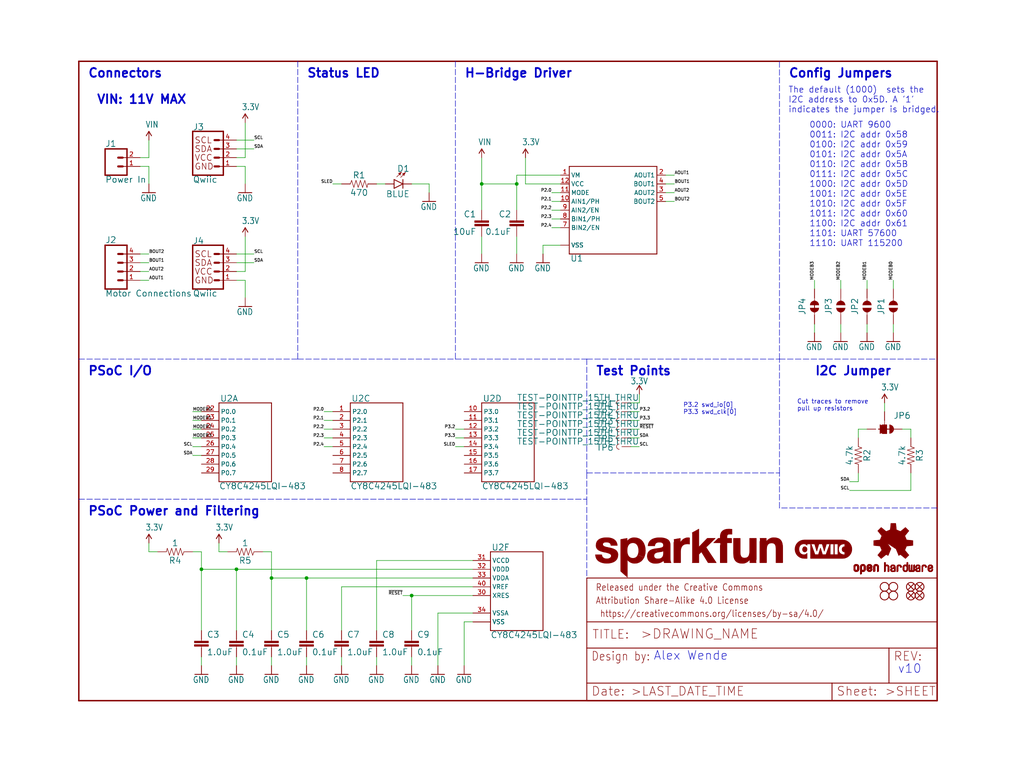
<source format=kicad_sch>
(kicad_sch (version 20211123) (generator eeschema)
  (paper "User" 297.002 223.926)
  (lib_symbols
    (symbol "schematicEagle-eagle-import:0.1UF-0402-16V-10%"
      (property "Reference" "C" (at 1.524 2.921 0))
      (property "Value" "0.1UF-0402-16V-10%" (at 1.524 -2.159 0))
      (symbol "0.1UF-0402-16V-10%_1_0"
        (pin passive line (at 0 5.08 270) (length 2.54) (name "1") (number "1"))
        (pin passive line (at 0 -2.54 90) (length 2.54) (name "2") (number "2"))
      )
    )
    (symbol "schematicEagle-eagle-import:1.0UF-0402-16V-10%"
      (property "Reference" "C" (at 1.524 2.921 0))
      (property "Value" "1.0UF-0402-16V-10%" (at 1.524 -2.159 0))
      (symbol "1.0UF-0402-16V-10%_1_0"
        (pin passive line (at 0 5.08 270) (length 2.54) (name "1") (number "1"))
        (pin passive line (at 0 -2.54 90) (length 2.54) (name "2") (number "2"))
      )
    )
    (symbol "schematicEagle-eagle-import:10UF-0805-25V-10%"
      (property "Reference" "C" (at 1.524 2.921 0))
      (property "Value" "10UF-0805-25V-10%" (at 1.524 -2.159 0))
      (symbol "10UF-0805-25V-10%_1_0"
        (pin passive line (at 0 5.08 270) (length 2.54) (name "1") (number "1"))
        (pin passive line (at 0 -2.54 90) (length 2.54) (name "2") (number "2"))
      )
    )
    (symbol "schematicEagle-eagle-import:1OHM-0603-1{slash}10W-1%"
      (property "Reference" "R" (at 0 1.524 0))
      (property "Value" "1OHM-0603-1{slash}10W-1%" (at 0 -1.524 0))
      (symbol "1OHM-0603-1{slash}10W-1%_1_0"
        (pin passive line (at -5.08 0 0) (length 2.54) (name "1") (number "1"))
        (pin passive line (at 5.08 0 180) (length 2.54) (name "2") (number "2"))
      )
    )
    (symbol "schematicEagle-eagle-import:3.3V" (power)
      (property "Value" "3.3V" (at 0 2.794 0))
      (symbol "3.3V_1_0"
        (pin power_in line (at 0 0 90) (length 2.54) (name "3.3V") (number "1"))
      )
    )
    (symbol "schematicEagle-eagle-import:4.7KOHM-0603-1{slash}10W-1%"
      (property "Reference" "R" (at 0 1.524 0))
      (property "Value" "4.7KOHM-0603-1{slash}10W-1%" (at 0 -1.524 0))
      (symbol "4.7KOHM-0603-1{slash}10W-1%_1_0"
        (pin passive line (at -5.08 0 0) (length 2.54) (name "1") (number "1"))
        (pin passive line (at 5.08 0 180) (length 2.54) (name "2") (number "2"))
      )
    )
    (symbol "schematicEagle-eagle-import:470OHM-0603-1{slash}10W-1%"
      (property "Reference" "R" (at 0 1.524 0))
      (property "Value" "470OHM-0603-1{slash}10W-1%" (at 0 -1.524 0))
      (symbol "470OHM-0603-1{slash}10W-1%_1_0"
        (pin passive line (at -5.08 0 0) (length 2.54) (name "1") (number "1"))
        (pin passive line (at 5.08 0 180) (length 2.54) (name "2") (number "2"))
      )
    )
    (symbol "schematicEagle-eagle-import:CONN_023.5MM"
      (property "Reference" "J" (at -2.54 5.588 0))
      (property "Value" "CONN_023.5MM" (at -2.54 -4.826 0))
      (symbol "CONN_023.5MM_1_0"
        (pin passive line (at 7.62 0 180) (length 5.08) (name "1") (number "1"))
        (pin passive line (at 7.62 2.54 180) (length 5.08) (name "2") (number "2"))
      )
    )
    (symbol "schematicEagle-eagle-import:CONN_04SCREW"
      (property "Reference" "J" (at -5.08 8.128 0))
      (property "Value" "CONN_04SCREW" (at -5.08 -7.366 0))
      (symbol "CONN_04SCREW_1_0"
        (pin passive line (at 5.08 -2.54 180) (length 5.08) (name "1") (number "1"))
        (pin passive line (at 5.08 0 180) (length 5.08) (name "2") (number "2"))
        (pin passive line (at 5.08 2.54 180) (length 5.08) (name "3") (number "3"))
        (pin passive line (at 5.08 5.08 180) (length 5.08) (name "4") (number "4"))
      )
    )
    (symbol "schematicEagle-eagle-import:DRV883X"
      (property "Reference" "U" (at -12.446 12.954 0))
      (property "Value" "DRV883X" (at -12.7 -12.954 0))
      (symbol "DRV883X_1_0"
        (pin bidirectional line (at -15.24 10.16 0) (length 2.54) (name "VM") (number "1"))
        (pin bidirectional line (at -15.24 2.54 0) (length 2.54) (name "AIN1/PH") (number "10"))
        (pin bidirectional line (at -15.24 5.08 0) (length 2.54) (name "MODE") (number "11"))
        (pin bidirectional line (at -15.24 7.62 0) (length 2.54) (name "VCC") (number "12"))
        (pin bidirectional line (at 15.24 10.16 180) (length 2.54) (name "AOUT1") (number "2"))
        (pin bidirectional line (at 15.24 5.08 180) (length 2.54) (name "AOUT2") (number "3"))
        (pin bidirectional line (at 15.24 7.62 180) (length 2.54) (name "BOUT1") (number "4"))
        (pin bidirectional line (at 15.24 2.54 180) (length 2.54) (name "BOUT2") (number "5"))
        (pin bidirectional line (at -15.24 -10.16 0) (length 2.54) (name "VSS") (number "6"))
        (pin bidirectional line (at -15.24 -5.08 0) (length 2.54) (name "BIN2/EN") (number "7"))
        (pin bidirectional line (at -15.24 -2.54 0) (length 2.54) (name "BIN1/PH") (number "8"))
        (pin bidirectional line (at -15.24 0 0) (length 2.54) (name "AIN2/EN") (number "9"))
        (pin bidirectional line (at -15.24 -10.16 0) (length 2.54) (name "VSS") (number "PAD"))
      )
    )
    (symbol "schematicEagle-eagle-import:FIDUCIALUFIDUCIAL")
    (symbol "schematicEagle-eagle-import:FRAME-LETTER"
      (symbol "FRAME-LETTER_2_0"
        (text " https://creativecommons.org/licenses/by-sa/4.0/" (at 2.54 24.13 0) (effects (font (size 1.9304 1.6408)) (justify left bottom)))
        (text ">DRAWING_NAME" (at 15.494 17.78 0) (effects (font (size 2.7432 2.7432)) (justify left bottom)))
        (text ">LAST_DATE_TIME" (at 12.7 1.27 0) (effects (font (size 2.54 2.54)) (justify left bottom)))
        (text ">SHEET" (at 86.36 1.27 0) (effects (font (size 2.54 2.54)) (justify left bottom)))
        (text "Attribution Share-Alike 4.0 License" (at 2.54 27.94 0) (effects (font (size 1.9304 1.6408)) (justify left bottom)))
        (text "Date:" (at 1.27 1.27 0) (effects (font (size 2.54 2.54)) (justify left bottom)))
        (text "Design by:" (at 1.27 11.43 0) (effects (font (size 2.54 2.159)) (justify left bottom)))
        (text "Released under the Creative Commons" (at 2.54 31.75 0) (effects (font (size 1.9304 1.6408)) (justify left bottom)))
        (text "REV:" (at 88.9 11.43 0) (effects (font (size 2.54 2.54)) (justify left bottom)))
        (text "Sheet:" (at 72.39 1.27 0) (effects (font (size 2.54 2.54)) (justify left bottom)))
        (text "TITLE:" (at 1.524 17.78 0) (effects (font (size 2.54 2.54)) (justify left bottom)))
      )
    )
    (symbol "schematicEagle-eagle-import:GND" (power)
      (property "Value" "GND" (at -2.54 -2.54 0))
      (symbol "GND_1_0"
        (pin power_in line (at 0 2.54 270) (length 2.54) (name "GND") (number "1"))
      )
    )
    (symbol "schematicEagle-eagle-import:JUMPER-SMT_2_NC_TRACE_NO-SILK"
      (property "Reference" "JP" (at -2.54 2.54 0))
      (property "Value" "JUMPER-SMT_2_NC_TRACE_NO-SILK" (at -2.54 -2.54 0))
      (symbol "JUMPER-SMT_2_NC_TRACE_NO-SILK_1_0"
        (pin passive line (at -5.08 0 0) (length 2.54) (name "1") (number "1"))
        (pin passive line (at 5.08 0 180) (length 2.54) (name "2") (number "2"))
      )
    )
    (symbol "schematicEagle-eagle-import:JUMPER-SMT_2_NO_NO-SILK"
      (property "Reference" "JP" (at -2.54 2.54 0))
      (property "Value" "JUMPER-SMT_2_NO_NO-SILK" (at -2.54 -2.54 0))
      (symbol "JUMPER-SMT_2_NO_NO-SILK_1_0"
        (pin passive line (at -5.08 0 0) (length 2.54) (name "1") (number "1"))
        (pin passive line (at 5.08 0 180) (length 2.54) (name "2") (number "2"))
      )
    )
    (symbol "schematicEagle-eagle-import:JUMPER-SMT_3_2-NC_TRACE_NO-SILK"
      (property "Reference" "JP" (at 2.54 0.381 0))
      (property "Value" "JUMPER-SMT_3_2-NC_TRACE_NO-SILK" (at 2.54 -0.381 0))
      (symbol "JUMPER-SMT_3_2-NC_TRACE_NO-SILK_1_0"
        (pin passive line (at 0 5.08 270) (length 2.54) (name "1") (number "1"))
        (pin passive line (at -5.08 0 0) (length 2.54) (name "2") (number "2"))
        (pin passive line (at 0 -5.08 90) (length 2.54) (name "3") (number "3"))
      )
    )
    (symbol "schematicEagle-eagle-import:LED-BLUE0603"
      (property "Reference" "D" (at -3.429 -4.572 90))
      (property "Value" "LED-BLUE0603" (at 1.905 -4.572 90))
      (symbol "LED-BLUE0603_1_0"
        (pin passive line (at 0 2.54 270) (length 2.54) (name "A") (number "A"))
        (pin passive line (at 0 -5.08 90) (length 2.54) (name "C") (number "C"))
      )
    )
    (symbol "schematicEagle-eagle-import:OSHW-LOGOMINI")
    (symbol "schematicEagle-eagle-import:PSOC4_4200_40QFN"
      (property "Reference" "U" (at -7.366 10.414 0))
      (property "Value" "PSOC4_4200_40QFN" (at -7.62 -12.954 0))
      (symbol "PSOC4_4200_40QFN_1_0"
        (pin bidirectional line (at -12.7 7.62 0) (length 5.08) (name "P0.0") (number "22"))
        (pin bidirectional line (at -12.7 5.08 0) (length 5.08) (name "P0.1") (number "23"))
        (pin bidirectional line (at -12.7 2.54 0) (length 5.08) (name "P0.2") (number "24"))
        (pin bidirectional line (at -12.7 0 0) (length 5.08) (name "P0.3") (number "25"))
        (pin bidirectional line (at -12.7 -2.54 0) (length 5.08) (name "P0.4") (number "26"))
        (pin bidirectional line (at -12.7 -5.08 0) (length 5.08) (name "P0.5") (number "27"))
        (pin bidirectional line (at -12.7 -7.62 0) (length 5.08) (name "P0.6") (number "28"))
        (pin bidirectional line (at -12.7 -10.16 0) (length 5.08) (name "P0.7") (number "29"))
      )
      (symbol "PSOC4_4200_40QFN_2_0"
        (pin bidirectional line (at -12.7 7.62 0) (length 5.08) (name "P1.0") (number "35"))
        (pin bidirectional line (at -12.7 5.08 0) (length 5.08) (name "P1.1") (number "36"))
        (pin bidirectional line (at -12.7 2.54 0) (length 5.08) (name "P1.2") (number "37"))
        (pin bidirectional line (at -12.7 0 0) (length 5.08) (name "P1.3") (number "38"))
        (pin bidirectional line (at -12.7 -2.54 0) (length 5.08) (name "P1.4") (number "39"))
      )
      (symbol "PSOC4_4200_40QFN_3_0"
        (pin bidirectional line (at -12.7 7.62 0) (length 5.08) (name "P2.0") (number "1"))
        (pin bidirectional line (at -12.7 5.08 0) (length 5.08) (name "P2.1") (number "2"))
        (pin bidirectional line (at -12.7 2.54 0) (length 5.08) (name "P2.2") (number "3"))
        (pin bidirectional line (at -12.7 0 0) (length 5.08) (name "P2.3") (number "4"))
        (pin bidirectional line (at -12.7 -2.54 0) (length 5.08) (name "P2.4") (number "5"))
        (pin bidirectional line (at -12.7 -5.08 0) (length 5.08) (name "P2.5") (number "6"))
        (pin bidirectional line (at -12.7 -7.62 0) (length 5.08) (name "P2.6") (number "7"))
        (pin bidirectional line (at -12.7 -10.16 0) (length 5.08) (name "P2.7") (number "8"))
      )
      (symbol "PSOC4_4200_40QFN_4_0"
        (pin bidirectional line (at -12.7 7.62 0) (length 5.08) (name "P3.0") (number "10"))
        (pin bidirectional line (at -12.7 5.08 0) (length 5.08) (name "P3.1") (number "11"))
        (pin bidirectional line (at -12.7 2.54 0) (length 5.08) (name "P3.2") (number "12"))
        (pin bidirectional line (at -12.7 0 0) (length 5.08) (name "P3.3") (number "13"))
        (pin bidirectional line (at -12.7 -2.54 0) (length 5.08) (name "P3.4") (number "14"))
        (pin bidirectional line (at -12.7 -5.08 0) (length 5.08) (name "P3.5") (number "15"))
        (pin bidirectional line (at -12.7 -7.62 0) (length 5.08) (name "P3.6") (number "16"))
        (pin bidirectional line (at -12.7 -10.16 0) (length 5.08) (name "P3.7") (number "17"))
      )
      (symbol "PSOC4_4200_40QFN_5_0"
        (pin bidirectional line (at -12.7 7.62 0) (length 5.08) (name "P4.0") (number "18"))
        (pin bidirectional line (at -12.7 5.08 0) (length 5.08) (name "P4.1") (number "19"))
        (pin bidirectional line (at -12.7 2.54 0) (length 5.08) (name "P4.2") (number "20"))
        (pin bidirectional line (at -12.7 0 0) (length 5.08) (name "P4.3") (number "21"))
      )
      (symbol "PSOC4_4200_40QFN_6_0"
        (pin bidirectional line (at -12.7 -2.54 0) (length 5.08) (name "XRES") (number "30"))
        (pin bidirectional line (at -12.7 7.62 0) (length 5.08) (name "VCCD") (number "31"))
        (pin bidirectional line (at -12.7 5.08 0) (length 5.08) (name "VDDD") (number "32"))
        (pin bidirectional line (at -12.7 2.54 0) (length 5.08) (name "VDDA") (number "33"))
        (pin bidirectional line (at -12.7 -7.62 0) (length 5.08) (name "VSSA") (number "34"))
        (pin bidirectional line (at -12.7 0 0) (length 5.08) (name "VREF") (number "40"))
        (pin bidirectional line (at -12.7 -10.16 0) (length 5.08) (name "VSS") (number "9"))
        (pin bidirectional line (at -12.7 -10.16 0) (length 5.08) (name "VSS") (number "EP"))
      )
    )
    (symbol "schematicEagle-eagle-import:QWIIC_CONNECTORJS-1MM"
      (property "Reference" "J" (at -5.08 7.874 0))
      (property "Value" "QWIIC_CONNECTORJS-1MM" (at -5.08 -5.334 0))
      (symbol "QWIIC_CONNECTORJS-1MM_1_0"
        (text "GND" (at -4.572 -2.54 0) (effects (font (size 1.778 1.778)) (justify left)))
        (text "SCL" (at -4.572 5.08 0) (effects (font (size 1.778 1.778)) (justify left)))
        (text "SDA" (at -4.572 2.54 0) (effects (font (size 1.778 1.778)) (justify left)))
        (text "VCC" (at -4.572 0 0) (effects (font (size 1.778 1.778)) (justify left)))
        (pin power_in line (at 7.62 -2.54 180) (length 5.08) (name "1") (number "1"))
        (pin power_in line (at 7.62 0 180) (length 5.08) (name "2") (number "2"))
        (pin passive line (at 7.62 2.54 180) (length 5.08) (name "3") (number "3"))
        (pin passive line (at 7.62 5.08 180) (length 5.08) (name "4") (number "4"))
      )
    )
    (symbol "schematicEagle-eagle-import:QWIIC_LOGO_5MM")
    (symbol "schematicEagle-eagle-import:SFE_LOGO_NAME.1_INCH")
    (symbol "schematicEagle-eagle-import:STAND-OFF")
    (symbol "schematicEagle-eagle-import:TEST-POINTTP_15TH_THRU"
      (property "Reference" "TP" (at -2.54 2.54 0))
      (property "Value" "TEST-POINTTP_15TH_THRU" (at -2.54 -2.54 0))
      (symbol "TEST-POINTTP_15TH_THRU_1_0"
        (pin bidirectional line (at 0 0 180) (length 0) (name "1") (number "P$1"))
      )
    )
    (symbol "schematicEagle-eagle-import:VIN" (power)
      (property "Value" "VIN" (at -1.016 3.556 0))
      (symbol "VIN_1_0"
        (pin power_in line (at 0 0 90) (length 2.54) (name "VIN") (number "1"))
      )
    )
  )
  (junction (at 78.74 167.64))
  (junction (at 68.58 165.1))
  (junction (at 58.42 165.1))
  (junction (at 149.86 53.34))
  (junction (at 119.38 172.72))
  (junction (at 139.7 53.34))
  (junction (at 88.9 167.64))
  (wire (pts (xy 55.88 160.02) (xy 58.42 160.02)))
  (wire (pts (xy 58.42 124.46) (xy 55.88 124.46)))
  (wire (pts (xy 149.86 53.34) (xy 149.86 60.96)))
  (wire (pts (xy 119.38 172.72) (xy 137.16 172.72)))
  (wire (pts (xy 162.56 55.88) (xy 160.02 55.88)))
  (wire (pts (xy 182.88 119.38) (xy 185.42 119.38)))
  (wire (pts (xy 139.7 60.96) (xy 139.7 53.34)))
  (wire (pts (xy 137.16 177.8) (xy 127 177.8)))
  (wire (pts (xy 251.46 124.46) (xy 248.92 124.46)))
  (wire (pts (xy 68.58 76.2) (xy 73.66 76.2)))
  (wire (pts (xy 134.62 180.34) (xy 137.16 180.34)))
  (polyline (pts (xy 132.08 104.14) (xy 170.18 104.14)))
  (wire (pts (xy 193.04 50.8) (xy 195.58 50.8)))
  (wire (pts (xy 243.84 96.52) (xy 243.84 93.98)))
  (wire (pts (xy 139.7 73.66) (xy 139.7 68.58)))
  (wire (pts (xy 58.42 132.08) (xy 55.88 132.08)))
  (wire (pts (xy 162.56 60.96) (xy 160.02 60.96)))
  (wire (pts (xy 193.04 55.88) (xy 195.58 55.88)))
  (wire (pts (xy 96.52 129.54) (xy 93.98 129.54)))
  (wire (pts (xy 134.62 129.54) (xy 132.08 129.54)))
  (wire (pts (xy 162.56 71.12) (xy 157.48 71.12)))
  (wire (pts (xy 99.06 190.5) (xy 99.06 193.04)))
  (wire (pts (xy 68.58 182.88) (xy 68.58 165.1)))
  (wire (pts (xy 40.64 78.74) (xy 43.18 78.74)))
  (polyline (pts (xy 226.06 147.32) (xy 226.06 137.16)))
  (wire (pts (xy 264.16 124.46) (xy 261.62 124.46)))
  (wire (pts (xy 134.62 127) (xy 132.08 127)))
  (wire (pts (xy 58.42 119.38) (xy 55.88 119.38)))
  (wire (pts (xy 251.46 93.98) (xy 251.46 96.52)))
  (wire (pts (xy 71.12 78.74) (xy 71.12 68.58)))
  (wire (pts (xy 162.56 50.8) (xy 149.86 50.8)))
  (wire (pts (xy 40.64 45.72) (xy 43.18 45.72)))
  (wire (pts (xy 68.58 43.18) (xy 73.66 43.18)))
  (wire (pts (xy 251.46 83.82) (xy 251.46 81.28)))
  (polyline (pts (xy 86.36 17.78) (xy 86.36 104.14)))
  (wire (pts (xy 78.74 160.02) (xy 78.74 167.64)))
  (wire (pts (xy 243.84 83.82) (xy 243.84 81.28)))
  (wire (pts (xy 162.56 58.42) (xy 160.02 58.42)))
  (wire (pts (xy 96.52 127) (xy 93.98 127)))
  (polyline (pts (xy 170.18 144.78) (xy 170.18 167.64)))
  (wire (pts (xy 119.38 182.88) (xy 119.38 172.72)))
  (wire (pts (xy 88.9 167.64) (xy 78.74 167.64)))
  (wire (pts (xy 58.42 127) (xy 55.88 127)))
  (wire (pts (xy 264.16 142.24) (xy 246.38 142.24)))
  (wire (pts (xy 248.92 137.16) (xy 248.92 139.7)))
  (wire (pts (xy 259.08 93.98) (xy 259.08 96.52)))
  (wire (pts (xy 68.58 40.64) (xy 73.66 40.64)))
  (wire (pts (xy 157.48 71.12) (xy 157.48 73.66)))
  (wire (pts (xy 119.38 172.72) (xy 116.84 172.72)))
  (polyline (pts (xy 170.18 137.16) (xy 170.18 144.78)))
  (wire (pts (xy 256.54 116.84) (xy 256.54 119.38)))
  (polyline (pts (xy 226.06 104.14) (xy 271.78 104.14)))
  (wire (pts (xy 78.74 190.5) (xy 78.74 193.04)))
  (wire (pts (xy 71.12 48.26) (xy 71.12 53.34)))
  (wire (pts (xy 58.42 165.1) (xy 58.42 182.88)))
  (wire (pts (xy 58.42 193.04) (xy 58.42 190.5)))
  (polyline (pts (xy 86.36 104.14) (xy 132.08 104.14)))
  (polyline (pts (xy 22.86 144.78) (xy 170.18 144.78)))
  (wire (pts (xy 96.52 119.38) (xy 93.98 119.38)))
  (wire (pts (xy 43.18 45.72) (xy 43.18 40.64)))
  (wire (pts (xy 137.16 170.18) (xy 99.06 170.18)))
  (wire (pts (xy 68.58 193.04) (xy 68.58 190.5)))
  (wire (pts (xy 68.58 73.66) (xy 73.66 73.66)))
  (wire (pts (xy 248.92 139.7) (xy 246.38 139.7)))
  (wire (pts (xy 40.64 48.26) (xy 43.18 48.26)))
  (wire (pts (xy 58.42 160.02) (xy 58.42 165.1)))
  (wire (pts (xy 43.18 160.02) (xy 43.18 157.48)))
  (wire (pts (xy 162.56 63.5) (xy 160.02 63.5)))
  (wire (pts (xy 119.38 193.04) (xy 119.38 190.5)))
  (polyline (pts (xy 170.18 137.16) (xy 226.06 137.16)))
  (wire (pts (xy 193.04 58.42) (xy 195.58 58.42)))
  (wire (pts (xy 63.5 157.48) (xy 63.5 160.02)))
  (wire (pts (xy 162.56 53.34) (xy 152.4 53.34)))
  (wire (pts (xy 185.42 116.84) (xy 185.42 114.3)))
  (wire (pts (xy 68.58 81.28) (xy 71.12 81.28)))
  (wire (pts (xy 182.88 116.84) (xy 185.42 116.84)))
  (wire (pts (xy 109.22 193.04) (xy 109.22 190.5)))
  (wire (pts (xy 63.5 160.02) (xy 66.04 160.02)))
  (wire (pts (xy 182.88 129.54) (xy 185.42 129.54)))
  (wire (pts (xy 182.88 124.46) (xy 185.42 124.46)))
  (wire (pts (xy 40.64 73.66) (xy 43.18 73.66)))
  (wire (pts (xy 149.86 73.66) (xy 149.86 68.58)))
  (wire (pts (xy 68.58 45.72) (xy 71.12 45.72)))
  (polyline (pts (xy 226.06 137.16) (xy 226.06 104.14)))
  (wire (pts (xy 96.52 124.46) (xy 93.98 124.46)))
  (wire (pts (xy 134.62 180.34) (xy 134.62 193.04)))
  (wire (pts (xy 182.88 121.92) (xy 185.42 121.92)))
  (wire (pts (xy 119.38 53.34) (xy 124.46 53.34)))
  (wire (pts (xy 264.16 137.16) (xy 264.16 142.24)))
  (wire (pts (xy 182.88 127) (xy 185.42 127)))
  (wire (pts (xy 139.7 45.72) (xy 139.7 53.34)))
  (wire (pts (xy 78.74 167.64) (xy 78.74 182.88)))
  (polyline (pts (xy 226.06 104.14) (xy 226.06 17.78)))
  (wire (pts (xy 264.16 127) (xy 264.16 124.46)))
  (wire (pts (xy 139.7 53.34) (xy 149.86 53.34)))
  (wire (pts (xy 99.06 53.34) (xy 96.52 53.34)))
  (wire (pts (xy 162.56 66.04) (xy 160.02 66.04)))
  (wire (pts (xy 127 177.8) (xy 127 193.04)))
  (wire (pts (xy 248.92 124.46) (xy 248.92 127)))
  (wire (pts (xy 137.16 165.1) (xy 68.58 165.1)))
  (polyline (pts (xy 132.08 17.78) (xy 132.08 104.14)))
  (wire (pts (xy 88.9 190.5) (xy 88.9 193.04)))
  (wire (pts (xy 99.06 170.18) (xy 99.06 182.88)))
  (polyline (pts (xy 170.18 104.14) (xy 170.18 137.16)))
  (wire (pts (xy 71.12 45.72) (xy 71.12 35.56)))
  (wire (pts (xy 236.22 83.82) (xy 236.22 81.28)))
  (wire (pts (xy 76.2 160.02) (xy 78.74 160.02)))
  (wire (pts (xy 109.22 162.56) (xy 109.22 182.88)))
  (wire (pts (xy 58.42 121.92) (xy 55.88 121.92)))
  (wire (pts (xy 58.42 129.54) (xy 55.88 129.54)))
  (wire (pts (xy 68.58 165.1) (xy 58.42 165.1)))
  (wire (pts (xy 193.04 53.34) (xy 195.58 53.34)))
  (wire (pts (xy 71.12 81.28) (xy 71.12 86.36)))
  (wire (pts (xy 137.16 167.64) (xy 88.9 167.64)))
  (wire (pts (xy 68.58 48.26) (xy 71.12 48.26)))
  (wire (pts (xy 259.08 83.82) (xy 259.08 81.28)))
  (wire (pts (xy 236.22 93.98) (xy 236.22 96.52)))
  (wire (pts (xy 40.64 81.28) (xy 43.18 81.28)))
  (wire (pts (xy 43.18 48.26) (xy 43.18 53.34)))
  (wire (pts (xy 124.46 53.34) (xy 124.46 55.88)))
  (wire (pts (xy 111.76 53.34) (xy 109.22 53.34)))
  (wire (pts (xy 152.4 53.34) (xy 152.4 45.72)))
  (wire (pts (xy 134.62 124.46) (xy 132.08 124.46)))
  (wire (pts (xy 45.72 160.02) (xy 43.18 160.02)))
  (wire (pts (xy 88.9 182.88) (xy 88.9 167.64)))
  (wire (pts (xy 96.52 121.92) (xy 93.98 121.92)))
  (polyline (pts (xy 170.18 104.14) (xy 226.06 104.14)))
  (wire (pts (xy 40.64 76.2) (xy 43.18 76.2)))
  (wire (pts (xy 68.58 78.74) (xy 71.12 78.74)))
  (polyline (pts (xy 271.78 147.32) (xy 226.06 147.32)))
  (polyline (pts (xy 22.86 104.14) (xy 86.36 104.14)))
  (wire (pts (xy 137.16 162.56) (xy 109.22 162.56)))
  (wire (pts (xy 149.86 50.8) (xy 149.86 53.34)))
  (text "Status LED" (at 88.9 22.86 180) (effects (font (size 2.54 2.54) (thickness 0.508) bold) (justify left bottom)))
  (text "Cut traces to remove\npull up resistors" (at 231.14 119.38 180) (effects (font (size 1.27 1.27)) (justify left bottom)))
  (text "Connectors" (at 25.4 22.86 180) (effects (font (size 2.54 2.54) (thickness 0.508) bold) (justify left bottom)))
  (text "Config Jumpers" (at 228.6 22.86 180) (effects (font (size 2.54 2.54) (thickness 0.508) bold) (justify left bottom)))
  (text "Test Points" (at 172.72 109.22 180) (effects (font (size 2.54 2.54) (thickness 0.508) bold) (justify left bottom)))
  (text "I2C Jumper" (at 236.22 109.22 180) (effects (font (size 2.54 2.54) (thickness 0.508) bold) (justify left bottom)))
  (text "The default (1000)  sets the\nI2C address to 0x5D. A '1'\nindicates the jumper is bridged." (at 228.6 25.146 0) (effects (font (size 1.778 1.778)) (justify left top)))
  (text "PSoC I/O" (at 25.4 109.22 180) (effects (font (size 2.54 2.54) (thickness 0.508) bold) (justify left bottom)))
  (text "H-Bridge Driver" (at 134.62 22.86 180) (effects (font (size 2.54 2.54) (thickness 0.508) bold) (justify left bottom)))
  (text "Alex Wende" (at 189.484 191.77 180) (effects (font (size 2.54 2.54)) (justify left bottom)))
  (text "PSoC Power and Filtering" (at 25.4 149.86 180) (effects (font (size 2.54 2.54) (thickness 0.508) bold) (justify left bottom)))
  (text "VIN: 11V MAX" (at 27.94 30.48 180) (effects (font (size 2.54 2.54) (thickness 0.508) bold) (justify left bottom)))
  (text "v10" (at 260.35 195.58 180) (effects (font (size 2.54 2.54)) (justify left bottom)))
  (text "P3.2 swd_io[0]\nP3.3 swd_clk[0]" (at 198.12 116.84 180) (effects (font (size 1.27 1.27)) (justify left top)))
  (text "0000: UART 9600\n0011: I2C addr 0x58\n0100: I2C addr 0x59\n0101: I2C addr 0x5A\n0110: I2C addr 0x5B\n0111: I2C addr 0x5C\n1000: I2C addr 0x5D\n1001: I2C addr 0x5E\n1010: I2C addr 0x5F\n1011: I2C addr 0x60\n1100: I2C addr 0x61\n1101: UART 57600\n1110: UART 115200" (at 234.696 35.306 0) (effects (font (size 1.778 1.778)) (justify left top)))
  (label "SDA" (at 73.66 43.18 0) (effects (font (size 0.889 0.889))))
  (label "P2.3" (at 160.02 63.5 180) (effects (font (size 0.889 0.889))))
  (label "P2.2" (at 160.02 60.96 180) (effects (font (size 0.889 0.889))))
  (label "MODEB3" (at 236.22 81.28 90) (effects (font (size 0.889 0.889))))
  (label "P2.3" (at 93.98 127 180) (effects (font (size 0.889 0.889))))
  (label "P2.4" (at 93.98 129.54 180) (effects (font (size 0.889 0.889))))
  (label "P3.2" (at 132.08 124.46 180) (effects (font (size 0.889 0.889))))
  (label "SDA" (at 73.66 76.2 0) (effects (font (size 0.889 0.889))))
  (label "BOUT1" (at 195.58 53.34 0) (effects (font (size 0.889 0.889))))
  (label "P2.4" (at 160.02 66.04 180) (effects (font (size 0.889 0.889))))
  (label "MODEB3" (at 55.88 127 0) (effects (font (size 0.889 0.889))))
  (label "AOUT2" (at 195.58 55.88 0) (effects (font (size 0.889 0.889))))
  (label "SCL" (at 73.66 40.64 0) (effects (font (size 0.889 0.889))))
  (label "P2.1" (at 93.98 121.92 180) (effects (font (size 0.889 0.889))))
  (label "SCL" (at 55.88 129.54 180) (effects (font (size 0.889 0.889))))
  (label "BOUT2" (at 43.18 73.66 0) (effects (font (size 0.889 0.889))))
  (label "MODEB1" (at 251.46 81.28 90) (effects (font (size 0.889 0.889))))
  (label "AOUT1" (at 195.58 50.8 0) (effects (font (size 0.889 0.889))))
  (label "P3.3" (at 185.42 121.92 0) (effects (font (size 0.889 0.889))))
  (label "SCL" (at 185.42 129.54 0) (effects (font (size 0.889 0.889))))
  (label "SDA" (at 185.42 127 0) (effects (font (size 0.889 0.889))))
  (label "P3.3" (at 132.08 127 180) (effects (font (size 0.889 0.889))))
  (label "P3.2" (at 185.42 119.38 0) (effects (font (size 0.889 0.889))))
  (label "P2.0" (at 93.98 119.38 180) (effects (font (size 0.889 0.889))))
  (label "BOUT2" (at 195.58 58.42 0) (effects (font (size 0.889 0.889))))
  (label "~{RESET}" (at 185.42 124.46 0) (effects (font (size 0.889 0.889))))
  (label "P2.1" (at 160.02 58.42 180) (effects (font (size 0.889 0.889))))
  (label "SLED" (at 132.08 129.54 180) (effects (font (size 0.889 0.889))))
  (label "~{RESET}" (at 116.84 172.72 180) (effects (font (size 0.889 0.889))))
  (label "SDA" (at 55.88 132.08 180) (effects (font (size 0.889 0.889))))
  (label "MODEB0" (at 259.08 81.28 90) (effects (font (size 0.889 0.889))))
  (label "MODEB1" (at 55.88 121.92 0) (effects (font (size 0.889 0.889))))
  (label "SLED" (at 96.52 53.34 180) (effects (font (size 0.889 0.889))))
  (label "P2.0" (at 160.02 55.88 180) (effects (font (size 0.889 0.889))))
  (label "AOUT2" (at 43.18 78.74 0) (effects (font (size 0.889 0.889))))
  (label "MODEB2" (at 55.88 124.46 0) (effects (font (size 0.889 0.889))))
  (label "SCL" (at 246.38 142.24 180) (effects (font (size 0.889 0.889))))
  (label "AOUT1" (at 43.18 81.28 0) (effects (font (size 0.889 0.889))))
  (label "P2.2" (at 93.98 124.46 180) (effects (font (size 0.889 0.889))))
  (label "SDA" (at 246.38 139.7 180) (effects (font (size 0.889 0.889))))
  (label "MODEB0" (at 55.88 119.38 0) (effects (font (size 0.889 0.889))))
  (label "MODEB2" (at 243.84 81.28 90) (effects (font (size 0.889 0.889))))
  (label "SCL" (at 73.66 73.66 0) (effects (font (size 0.889 0.889))))
  (label "BOUT1" (at 43.18 76.2 0) (effects (font (size 0.889 0.889))))
  (symbol (lib_id "schematicEagle-eagle-import:TEST-POINTTP_15TH_THRU") (at 182.88 121.92 180) (unit 1)
    (property "Reference" "TP3" (at 178.054 121.158 0) (effects (font (size 1.778 1.778)) (justify left bottom)))
    (property "Value" "TEST-POINTTP_15TH_THRU" (at 185.42 119.38 0) (effects (font (size 1.778 1.778)) (justify left bottom)))
    (property "Footprint" "schematicEagle:TP_15TH" (effects hide))
  )
  (symbol (lib_id "schematicEagle-eagle-import:GND") (at 43.18 55.88 0) (unit 1)
    (property "Reference" "#GND11" (effects hide))
    (property "Value" "GND" (at 40.64 58.42 0) (effects (font (size 1.778 1.5113)) (justify left bottom)))
    (property "Footprint" "schematicEagle:" (effects hide))
  )
  (symbol (lib_id "schematicEagle-eagle-import:JUMPER-SMT_2_NO_NO-SILK") (at 259.08 88.9 90) (unit 1)
    (property "Reference" "JP1" (at 256.54 91.44 0) (effects (font (size 1.778 1.778)) (justify left bottom)))
    (property "Value" "JUMPER-PAD-2" (effects hide))
    (property "Footprint" "schematicEagle:SMT-JUMPER_2_NO_NO-SILK" (effects hide))
  )
  (symbol (lib_id "schematicEagle-eagle-import:CONN_023.5MM") (at 33.02 48.26 0) (unit 1)
    (property "Reference" "J1" (at 30.48 42.672 0) (effects (font (size 1.778 1.778)) (justify left bottom)))
    (property "Value" "Power In" (at 30.48 53.086 0) (effects (font (size 1.778 1.778)) (justify left bottom)))
    (property "Footprint" "schematicEagle:SCREWTERMINAL-3.5MM-2" (effects hide))
  )
  (symbol (lib_id "schematicEagle-eagle-import:3.3V") (at 152.4 45.72 0) (unit 1)
    (property "Reference" "#SUPPLY3" (effects hide))
    (property "Value" "3.3V" (at 151.384 42.164 0) (effects (font (size 1.778 1.5113)) (justify left bottom)))
    (property "Footprint" "schematicEagle:" (effects hide))
  )
  (symbol (lib_id "schematicEagle-eagle-import:STAND-OFF") (at 256.54 172.72 0) (unit 1)
    (property "Reference" "H4" (effects hide))
    (property "Value" "STAND-OFF" (effects hide))
    (property "Footprint" "schematicEagle:STAND-OFF" (effects hide))
  )
  (symbol (lib_id "schematicEagle-eagle-import:FIDUCIALUFIDUCIAL") (at 266.7 170.18 0) (unit 1)
    (property "Reference" "FD1" (effects hide))
    (property "Value" "FIDUCIALUFIDUCIAL" (effects hide))
    (property "Footprint" "schematicEagle:FIDUCIAL-MICRO" (effects hide))
  )
  (symbol (lib_id "schematicEagle-eagle-import:DRV883X") (at 177.8 60.96 0) (unit 1)
    (property "Reference" "U1" (at 165.354 75.946 0) (effects (font (size 1.778 1.778)) (justify left bottom)))
    (property "Value" "DRV8835" (at 165.1 48.006 0) (effects (font (size 1.778 1.778)) (justify left bottom)))
    (property "Footprint" "schematicEagle:WSON-12" (effects hide))
    (property "Value" "DRV8835" (effects hide))
  )
  (symbol (lib_id "schematicEagle-eagle-import:TEST-POINTTP_15TH_THRU") (at 182.88 129.54 180) (unit 1)
    (property "Reference" "TP6" (at 178.054 128.778 0) (effects (font (size 1.778 1.778)) (justify left bottom)))
    (property "Value" "TEST-POINTTP_15TH_THRU" (at 185.42 127 0) (effects (font (size 1.778 1.778)) (justify left bottom)))
    (property "Footprint" "schematicEagle:TP_15TH" (effects hide))
  )
  (symbol (lib_id "schematicEagle-eagle-import:PSOC4_4200_40QFN") (at 71.12 127 0) (unit 1)
    (property "Reference" "U2" (at 63.754 116.586 0) (effects (font (size 1.778 1.778)) (justify left bottom)))
    (property "Value" "CY8C4245LQI-483" (at 63.5 139.954 0) (effects (font (size 1.778 1.778)) (justify left top)))
    (property "Footprint" "schematicEagle:QFN-40" (effects hide))
  )
  (symbol (lib_id "schematicEagle-eagle-import:VIN") (at 139.7 45.72 0) (unit 1)
    (property "Reference" "#SUPPLY4" (effects hide))
    (property "Value" "VIN" (at 138.684 42.164 0) (effects (font (size 1.778 1.5113)) (justify left bottom)))
    (property "Footprint" "schematicEagle:" (effects hide))
  )
  (symbol (lib_id "schematicEagle-eagle-import:GND") (at 109.22 195.58 0) (unit 1)
    (property "Reference" "#GND1" (effects hide))
    (property "Value" "GND" (at 106.68 198.12 0) (effects (font (size 1.778 1.5113)) (justify left bottom)))
    (property "Footprint" "schematicEagle:" (effects hide))
  )
  (symbol (lib_id "schematicEagle-eagle-import:CONN_04SCREW") (at 35.56 78.74 0) (unit 1)
    (property "Reference" "J2" (at 30.48 70.612 0) (effects (font (size 1.778 1.778)) (justify left bottom)))
    (property "Value" "Motor Connections" (at 30.48 86.106 0) (effects (font (size 1.778 1.778)) (justify left bottom)))
    (property "Footprint" "schematicEagle:SCREWTERMINAL-3.5MM-4" (effects hide))
  )
  (symbol (lib_id "schematicEagle-eagle-import:1.0UF-0402-16V-10%") (at 58.42 187.96 0) (unit 1)
    (property "Reference" "C3" (at 59.944 185.039 0) (effects (font (size 1.778 1.778)) (justify left bottom)))
    (property "Value" "1.0uF" (at 59.944 190.119 0) (effects (font (size 1.778 1.778)) (justify left bottom)))
    (property "Footprint" "schematicEagle:0402" (effects hide))
  )
  (symbol (lib_id "schematicEagle-eagle-import:GND") (at 88.9 195.58 0) (unit 1)
    (property "Reference" "#GND8" (effects hide))
    (property "Value" "GND" (at 86.36 198.12 0) (effects (font (size 1.778 1.5113)) (justify left bottom)))
    (property "Footprint" "schematicEagle:" (effects hide))
  )
  (symbol (lib_id "schematicEagle-eagle-import:VIN") (at 43.18 40.64 0) (unit 1)
    (property "Reference" "#SUPPLY8" (effects hide))
    (property "Value" "VIN" (at 42.164 37.084 0) (effects (font (size 1.778 1.5113)) (justify left bottom)))
    (property "Footprint" "schematicEagle:" (effects hide))
  )
  (symbol (lib_id "schematicEagle-eagle-import:PSOC4_4200_40QFN") (at 147.32 127 0) (unit 4)
    (property "Reference" "U2" (at 139.954 116.586 0) (effects (font (size 1.778 1.778)) (justify left bottom)))
    (property "Value" "CY8C4245LQI-483" (at 139.7 139.954 0) (effects (font (size 1.778 1.778)) (justify left top)))
    (property "Footprint" "schematicEagle:QFN-40" (effects hide))
  )
  (symbol (lib_id "schematicEagle-eagle-import:QWIIC_CONNECTORJS-1MM") (at 60.96 78.74 0) (unit 1)
    (property "Reference" "J4" (at 55.88 70.866 0) (effects (font (size 1.778 1.778)) (justify left bottom)))
    (property "Value" "Qwiic" (at 55.88 84.074 0) (effects (font (size 1.778 1.778)) (justify left top)))
    (property "Footprint" "schematicEagle:JST04_1MM_RA" (effects hide))
  )
  (symbol (lib_id "schematicEagle-eagle-import:1.0UF-0402-16V-10%") (at 78.74 187.96 0) (unit 1)
    (property "Reference" "C5" (at 80.264 185.039 0) (effects (font (size 1.778 1.778)) (justify left bottom)))
    (property "Value" "1.0uF" (at 80.264 190.119 0) (effects (font (size 1.778 1.778)) (justify left bottom)))
    (property "Footprint" "schematicEagle:0402" (effects hide))
  )
  (symbol (lib_id "schematicEagle-eagle-import:3.3V") (at 71.12 68.58 0) (unit 1)
    (property "Reference" "#SUPPLY7" (effects hide))
    (property "Value" "3.3V" (at 70.104 65.024 0) (effects (font (size 1.778 1.5113)) (justify left bottom)))
    (property "Footprint" "schematicEagle:" (effects hide))
  )
  (symbol (lib_id "schematicEagle-eagle-import:TEST-POINTTP_15TH_THRU") (at 182.88 119.38 180) (unit 1)
    (property "Reference" "TP2" (at 178.054 118.618 0) (effects (font (size 1.778 1.778)) (justify left bottom)))
    (property "Value" "TEST-POINTTP_15TH_THRU" (at 185.42 116.84 0) (effects (font (size 1.778 1.778)) (justify left bottom)))
    (property "Footprint" "schematicEagle:TP_15TH" (effects hide))
  )
  (symbol (lib_id "schematicEagle-eagle-import:GND") (at 68.58 195.58 0) (unit 1)
    (property "Reference" "#GND7" (effects hide))
    (property "Value" "GND" (at 66.04 198.12 0) (effects (font (size 1.778 1.5113)) (justify left bottom)))
    (property "Footprint" "schematicEagle:" (effects hide))
  )
  (symbol (lib_id "schematicEagle-eagle-import:TEST-POINTTP_15TH_THRU") (at 182.88 124.46 180) (unit 1)
    (property "Reference" "TP4" (at 178.054 123.698 0) (effects (font (size 1.778 1.778)) (justify left bottom)))
    (property "Value" "TEST-POINTTP_15TH_THRU" (at 185.42 121.92 0) (effects (font (size 1.778 1.778)) (justify left bottom)))
    (property "Footprint" "schematicEagle:TP_15TH" (effects hide))
  )
  (symbol (lib_id "schematicEagle-eagle-import:PSOC4_4200_40QFN") (at 149.86 170.18 0) (unit 6)
    (property "Reference" "U2" (at 142.494 159.766 0) (effects (font (size 1.778 1.778)) (justify left bottom)))
    (property "Value" "CY8C4245LQI-483" (at 142.24 183.134 0) (effects (font (size 1.778 1.778)) (justify left top)))
    (property "Footprint" "schematicEagle:QFN-40" (effects hide))
  )
  (symbol (lib_id "schematicEagle-eagle-import:JUMPER-SMT_2_NO_NO-SILK") (at 243.84 88.9 90) (unit 1)
    (property "Reference" "JP3" (at 241.3 91.44 0) (effects (font (size 1.778 1.778)) (justify left bottom)))
    (property "Value" "JUMPER-PAD-2" (effects hide))
    (property "Footprint" "schematicEagle:SMT-JUMPER_2_NO_NO-SILK" (effects hide))
  )
  (symbol (lib_id "schematicEagle-eagle-import:STAND-OFF") (at 259.08 170.18 0) (unit 1)
    (property "Reference" "H2" (effects hide))
    (property "Value" "STAND-OFF" (effects hide))
    (property "Footprint" "schematicEagle:STAND-OFF" (effects hide))
  )
  (symbol (lib_id "schematicEagle-eagle-import:GND") (at 71.12 55.88 0) (unit 1)
    (property "Reference" "#GND12" (effects hide))
    (property "Value" "GND" (at 68.58 58.42 0) (effects (font (size 1.778 1.5113)) (justify left bottom)))
    (property "Footprint" "schematicEagle:" (effects hide))
  )
  (symbol (lib_id "schematicEagle-eagle-import:GND") (at 124.46 58.42 0) (unit 1)
    (property "Reference" "#GND26" (effects hide))
    (property "Value" "GND" (at 121.92 60.96 0) (effects (font (size 1.778 1.5113)) (justify left bottom)))
    (property "Footprint" "schematicEagle:" (effects hide))
  )
  (symbol (lib_id "schematicEagle-eagle-import:FIDUCIALUFIDUCIAL") (at 264.16 170.18 0) (unit 1)
    (property "Reference" "FD2" (effects hide))
    (property "Value" "FIDUCIALUFIDUCIAL" (effects hide))
    (property "Footprint" "schematicEagle:FIDUCIAL-MICRO" (effects hide))
  )
  (symbol (lib_id "schematicEagle-eagle-import:GND") (at 78.74 195.58 0) (unit 1)
    (property "Reference" "#GND3" (effects hide))
    (property "Value" "GND" (at 76.2 198.12 0) (effects (font (size 1.778 1.5113)) (justify left bottom)))
    (property "Footprint" "schematicEagle:" (effects hide))
  )
  (symbol (lib_id "schematicEagle-eagle-import:FIDUCIALUFIDUCIAL") (at 264.16 172.72 0) (unit 1)
    (property "Reference" "FD4" (effects hide))
    (property "Value" "FIDUCIALUFIDUCIAL" (effects hide))
    (property "Footprint" "schematicEagle:FIDUCIAL-MICRO" (effects hide))
  )
  (symbol (lib_id "schematicEagle-eagle-import:TEST-POINTTP_15TH_THRU") (at 182.88 116.84 180) (unit 1)
    (property "Reference" "TP1" (at 178.054 116.078 0) (effects (font (size 1.778 1.778)) (justify left bottom)))
    (property "Value" "TEST-POINTTP_15TH_THRU" (at 185.42 114.3 0) (effects (font (size 1.778 1.778)) (justify left bottom)))
    (property "Footprint" "schematicEagle:TP_15TH" (effects hide))
  )
  (symbol (lib_id "schematicEagle-eagle-import:GND") (at 134.62 195.58 0) (unit 1)
    (property "Reference" "#GND6" (effects hide))
    (property "Value" "GND" (at 132.08 198.12 0) (effects (font (size 1.778 1.5113)) (justify left bottom)))
    (property "Footprint" "schematicEagle:" (effects hide))
  )
  (symbol (lib_id "schematicEagle-eagle-import:FIDUCIALUFIDUCIAL") (at 266.7 172.72 0) (unit 1)
    (property "Reference" "FD3" (effects hide))
    (property "Value" "FIDUCIALUFIDUCIAL" (effects hide))
    (property "Footprint" "schematicEagle:FIDUCIAL-MICRO" (effects hide))
  )
  (symbol (lib_id "schematicEagle-eagle-import:1OHM-0603-1{slash}10W-1%") (at 71.12 160.02 180) (unit 1)
    (property "Reference" "R5" (at 71.12 161.544 0) (effects (font (size 1.778 1.778)) (justify bottom)))
    (property "Value" "1" (at 71.12 158.496 0) (effects (font (size 1.778 1.778)) (justify top)))
    (property "Footprint" "schematicEagle:0603" (effects hide))
  )
  (symbol (lib_id "schematicEagle-eagle-import:GND") (at 127 195.58 0) (unit 1)
    (property "Reference" "#GND5" (effects hide))
    (property "Value" "GND" (at 124.46 198.12 0) (effects (font (size 1.778 1.5113)) (justify left bottom)))
    (property "Footprint" "schematicEagle:" (effects hide))
  )
  (symbol (lib_id "schematicEagle-eagle-import:4.7KOHM-0603-1{slash}10W-1%") (at 264.16 132.08 270) (unit 1)
    (property "Reference" "R3" (at 265.684 132.08 0) (effects (font (size 1.778 1.778)) (justify bottom)))
    (property "Value" "4.7k" (at 262.636 132.08 0) (effects (font (size 1.778 1.778)) (justify top)))
    (property "Footprint" "schematicEagle:0603" (effects hide))
  )
  (symbol (lib_id "schematicEagle-eagle-import:GND") (at 236.22 99.06 0) (unit 1)
    (property "Reference" "#GND14" (effects hide))
    (property "Value" "GND" (at 233.68 101.6 0) (effects (font (size 1.778 1.5113)) (justify left bottom)))
    (property "Footprint" "schematicEagle:" (effects hide))
  )
  (symbol (lib_id "schematicEagle-eagle-import:GND") (at 71.12 88.9 0) (unit 1)
    (property "Reference" "#GND13" (effects hide))
    (property "Value" "GND" (at 68.58 91.44 0) (effects (font (size 1.778 1.5113)) (justify left bottom)))
    (property "Footprint" "schematicEagle:" (effects hide))
  )
  (symbol (lib_id "schematicEagle-eagle-import:GND") (at 119.38 195.58 0) (unit 1)
    (property "Reference" "#GND9" (effects hide))
    (property "Value" "GND" (at 116.84 198.12 0) (effects (font (size 1.778 1.5113)) (justify left bottom)))
    (property "Footprint" "schematicEagle:" (effects hide))
  )
  (symbol (lib_id "schematicEagle-eagle-import:FRAME-LETTER") (at 170.18 203.2 0) (unit 2)
    (property "Reference" "FRAME1" (effects hide))
    (property "Value" "FRAME-LETTER" (effects hide))
    (property "Footprint" "schematicEagle:CREATIVE_COMMONS" (effects hide))
  )
  (symbol (lib_id "schematicEagle-eagle-import:STAND-OFF") (at 256.54 170.18 0) (unit 1)
    (property "Reference" "H3" (effects hide))
    (property "Value" "STAND-OFF" (effects hide))
    (property "Footprint" "schematicEagle:STAND-OFF" (effects hide))
  )
  (symbol (lib_id "schematicEagle-eagle-import:SFE_LOGO_NAME.1_INCH") (at 170.688 167.386 0) (unit 1)
    (property "Reference" "LOGO3" (effects hide))
    (property "Value" "SFE_LOGO_NAME.1_INCH" (effects hide))
    (property "Footprint" "schematicEagle:SFE_LOGO_NAME_.1" (effects hide))
  )
  (symbol (lib_id "schematicEagle-eagle-import:3.3V") (at 43.18 157.48 0) (unit 1)
    (property "Reference" "#SUPPLY1" (effects hide))
    (property "Value" "3.3V" (at 42.164 153.924 0) (effects (font (size 1.778 1.5113)) (justify left bottom)))
    (property "Footprint" "schematicEagle:" (effects hide))
  )
  (symbol (lib_id "schematicEagle-eagle-import:GND") (at 243.84 99.06 0) (unit 1)
    (property "Reference" "#GND15" (effects hide))
    (property "Value" "GND" (at 241.3 101.6 0) (effects (font (size 1.778 1.5113)) (justify left bottom)))
    (property "Footprint" "schematicEagle:" (effects hide))
  )
  (symbol (lib_id "schematicEagle-eagle-import:GND") (at 251.46 99.06 0) (unit 1)
    (property "Reference" "#GND16" (effects hide))
    (property "Value" "GND" (at 248.92 101.6 0) (effects (font (size 1.778 1.5113)) (justify left bottom)))
    (property "Footprint" "schematicEagle:" (effects hide))
  )
  (symbol (lib_id "schematicEagle-eagle-import:0.1UF-0402-16V-10%") (at 149.86 66.04 0) (mirror y) (unit 1)
    (property "Reference" "C2" (at 148.336 63.119 0) (effects (font (size 1.778 1.778)) (justify left bottom)))
    (property "Value" "0.1uF" (at 148.336 68.199 0) (effects (font (size 1.778 1.778)) (justify left bottom)))
    (property "Footprint" "schematicEagle:0402" (effects hide))
  )
  (symbol (lib_id "schematicEagle-eagle-import:JUMPER-SMT_3_2-NC_TRACE_NO-SILK") (at 256.54 124.46 270) (unit 1)
    (property "Reference" "JP6" (at 259.08 121.539 90) (effects (font (size 1.778 1.778)) (justify left bottom)))
    (property "Value" "JUMPER-SMT_3_2-NC_TRACE_NO-SILK" (effects hide))
    (property "Footprint" "schematicEagle:SMT-JUMPER_3_2-NC_TRACE_NO-SILK" (effects hide))
  )
  (symbol (lib_id "schematicEagle-eagle-import:4.7KOHM-0603-1{slash}10W-1%") (at 248.92 132.08 270) (unit 1)
    (property "Reference" "R2" (at 250.444 132.08 0) (effects (font (size 1.778 1.778)) (justify bottom)))
    (property "Value" "4.7k" (at 247.396 132.08 0) (effects (font (size 1.778 1.778)) (justify top)))
    (property "Footprint" "schematicEagle:0603" (effects hide))
  )
  (symbol (lib_id "schematicEagle-eagle-import:GND") (at 259.08 99.06 0) (unit 1)
    (property "Reference" "#GND17" (effects hide))
    (property "Value" "GND" (at 256.54 101.6 0) (effects (font (size 1.778 1.5113)) (justify left bottom)))
    (property "Footprint" "schematicEagle:" (effects hide))
  )
  (symbol (lib_id "schematicEagle-eagle-import:TEST-POINTTP_15TH_THRU") (at 182.88 127 180) (unit 1)
    (property "Reference" "TP5" (at 178.054 126.238 0) (effects (font (size 1.778 1.778)) (justify left bottom)))
    (property "Value" "TEST-POINTTP_15TH_THRU" (at 185.42 124.46 0) (effects (font (size 1.778 1.778)) (justify left bottom)))
    (property "Footprint" "schematicEagle:TP_15TH" (effects hide))
  )
  (symbol (lib_id "schematicEagle-eagle-import:1OHM-0603-1{slash}10W-1%") (at 50.8 160.02 180) (unit 1)
    (property "Reference" "R4" (at 50.8 161.544 0) (effects (font (size 1.778 1.778)) (justify bottom)))
    (property "Value" "1" (at 50.8 158.496 0) (effects (font (size 1.778 1.778)) (justify top)))
    (property "Footprint" "schematicEagle:0603" (effects hide))
  )
  (symbol (lib_id "schematicEagle-eagle-import:GND") (at 157.48 76.2 0) (unit 1)
    (property "Reference" "#GND10" (effects hide))
    (property "Value" "GND" (at 154.94 78.74 0) (effects (font (size 1.778 1.5113)) (justify left bottom)))
    (property "Footprint" "schematicEagle:" (effects hide))
  )
  (symbol (lib_id "schematicEagle-eagle-import:0.1UF-0402-16V-10%") (at 88.9 187.96 0) (unit 1)
    (property "Reference" "C6" (at 90.424 185.039 0) (effects (font (size 1.778 1.778)) (justify left bottom)))
    (property "Value" "0.1uF" (at 90.424 190.119 0) (effects (font (size 1.778 1.778)) (justify left bottom)))
    (property "Footprint" "schematicEagle:0402" (effects hide))
  )
  (symbol (lib_id "schematicEagle-eagle-import:QWIIC_LOGO_5MM") (at 238.76 159.258 0) (unit 1)
    (property "Reference" "U$1" (effects hide))
    (property "Value" "QWIIC_LOGO_5MM" (effects hide))
    (property "Footprint" "schematicEagle:QWIIC_5MM" (effects hide))
  )
  (symbol (lib_id "schematicEagle-eagle-import:10UF-0805-25V-10%") (at 139.7 66.04 0) (mirror y) (unit 1)
    (property "Reference" "C1" (at 138.176 63.119 0) (effects (font (size 1.778 1.778)) (justify left bottom)))
    (property "Value" "10uF" (at 138.176 68.199 0) (effects (font (size 1.778 1.778)) (justify left bottom)))
    (property "Footprint" "schematicEagle:0805" (effects hide))
  )
  (symbol (lib_id "schematicEagle-eagle-import:QWIIC_CONNECTORJS-1MM") (at 60.96 45.72 0) (unit 1)
    (property "Reference" "J3" (at 55.88 37.846 0) (effects (font (size 1.778 1.778)) (justify left bottom)))
    (property "Value" "Qwiic" (at 55.88 51.054 0) (effects (font (size 1.778 1.778)) (justify left top)))
    (property "Footprint" "schematicEagle:JST04_1MM_RA" (effects hide))
  )
  (symbol (lib_id "schematicEagle-eagle-import:GND") (at 149.86 76.2 0) (unit 1)
    (property "Reference" "#GND23" (effects hide))
    (property "Value" "GND" (at 147.32 78.74 0) (effects (font (size 1.778 1.5113)) (justify left bottom)))
    (property "Footprint" "schematicEagle:" (effects hide))
  )
  (symbol (lib_id "schematicEagle-eagle-import:LED-BLUE0603") (at 114.3 53.34 90) (mirror x) (unit 1)
    (property "Reference" "D1" (at 118.872 49.911 90) (effects (font (size 1.778 1.778)) (justify left bottom)))
    (property "Value" "BLUE" (at 118.872 55.245 90) (effects (font (size 1.778 1.778)) (justify left top)))
    (property "Footprint" "schematicEagle:LED-0603" (effects hide))
  )
  (symbol (lib_id "schematicEagle-eagle-import:JUMPER-SMT_2_NO_NO-SILK") (at 251.46 88.9 90) (unit 1)
    (property "Reference" "JP2" (at 248.92 91.44 0) (effects (font (size 1.778 1.778)) (justify left bottom)))
    (property "Value" "JUMPER-PAD-2" (effects hide))
    (property "Footprint" "schematicEagle:SMT-JUMPER_2_NO_NO-SILK" (effects hide))
  )
  (symbol (lib_id "schematicEagle-eagle-import:STAND-OFF") (at 259.08 172.72 0) (unit 1)
    (property "Reference" "H1" (effects hide))
    (property "Value" "STAND-OFF" (effects hide))
    (property "Footprint" "schematicEagle:STAND-OFF" (effects hide))
  )
  (symbol (lib_id "schematicEagle-eagle-import:OSHW-LOGOMINI") (at 259.08 157.48 0) (unit 1)
    (property "Reference" "LOGO2" (effects hide))
    (property "Value" "OSHW-LOGOMINI" (effects hide))
    (property "Footprint" "schematicEagle:OSHW-LOGO-MINI" (effects hide))
  )
  (symbol (lib_id "schematicEagle-eagle-import:GND") (at 58.42 195.58 0) (unit 1)
    (property "Reference" "#GND2" (effects hide))
    (property "Value" "GND" (at 55.88 198.12 0) (effects (font (size 1.778 1.5113)) (justify left bottom)))
    (property "Footprint" "schematicEagle:" (effects hide))
  )
  (symbol (lib_id "schematicEagle-eagle-import:GND") (at 99.06 195.58 0) (unit 1)
    (property "Reference" "#GND4" (effects hide))
    (property "Value" "GND" (at 96.52 198.12 0) (effects (font (size 1.778 1.5113)) (justify left bottom)))
    (property "Footprint" "schematicEagle:" (effects hide))
  )
  (symbol (lib_id "schematicEagle-eagle-import:470OHM-0603-1{slash}10W-1%") (at 104.14 53.34 0) (unit 1)
    (property "Reference" "R1" (at 104.14 51.816 0) (effects (font (size 1.778 1.778)) (justify bottom)))
    (property "Value" "470" (at 104.14 54.864 0) (effects (font (size 1.778 1.778)) (justify top)))
    (property "Footprint" "schematicEagle:0603" (effects hide))
  )
  (symbol (lib_id "schematicEagle-eagle-import:3.3V") (at 185.42 114.3 0) (unit 1)
    (property "Reference" "#SUPPLY9" (effects hide))
    (property "Value" "3.3V" (at 185.42 111.506 0) (effects (font (size 1.778 1.5113)) (justify bottom)))
    (property "Footprint" "schematicEagle:" (effects hide))
  )
  (symbol (lib_id "schematicEagle-eagle-import:1.0UF-0402-16V-10%") (at 109.22 187.96 0) (unit 1)
    (property "Reference" "C8" (at 110.744 185.039 0) (effects (font (size 1.778 1.778)) (justify left bottom)))
    (property "Value" "1.0uF" (at 110.744 190.119 0) (effects (font (size 1.778 1.778)) (justify left bottom)))
    (property "Footprint" "schematicEagle:0402" (effects hide))
  )
  (symbol (lib_id "schematicEagle-eagle-import:PSOC4_4200_40QFN") (at 109.22 127 0) (unit 3)
    (property "Reference" "U2" (at 101.854 116.586 0) (effects (font (size 1.778 1.778)) (justify left bottom)))
    (property "Value" "CY8C4245LQI-483" (at 101.6 139.954 0) (effects (font (size 1.778 1.778)) (justify left top)))
    (property "Footprint" "schematicEagle:QFN-40" (effects hide))
  )
  (symbol (lib_id "schematicEagle-eagle-import:0.1UF-0402-16V-10%") (at 68.58 187.96 0) (unit 1)
    (property "Reference" "C4" (at 70.104 185.039 0) (effects (font (size 1.778 1.778)) (justify left bottom)))
    (property "Value" "0.1uF" (at 70.104 190.119 0) (effects (font (size 1.778 1.778)) (justify left bottom)))
    (property "Footprint" "schematicEagle:0402" (effects hide))
  )
  (symbol (lib_id "schematicEagle-eagle-import:GND") (at 139.7 76.2 0) (unit 1)
    (property "Reference" "#GND25" (effects hide))
    (property "Value" "GND" (at 137.16 78.74 0) (effects (font (size 1.778 1.5113)) (justify left bottom)))
    (property "Footprint" "schematicEagle:" (effects hide))
  )
  (symbol (lib_id "schematicEagle-eagle-import:0.1UF-0402-16V-10%") (at 119.38 187.96 0) (unit 1)
    (property "Reference" "C9" (at 120.904 185.039 0) (effects (font (size 1.778 1.778)) (justify left bottom)))
    (property "Value" "0.1uF" (at 120.904 190.119 0) (effects (font (size 1.778 1.778)) (justify left bottom)))
    (property "Footprint" "schematicEagle:0402" (effects hide))
  )
  (symbol (lib_id "schematicEagle-eagle-import:JUMPER-SMT_2_NC_TRACE_NO-SILK") (at 236.22 88.9 90) (unit 1)
    (property "Reference" "JP4" (at 233.68 91.44 0) (effects (font (size 1.778 1.778)) (justify left bottom)))
    (property "Value" "JUMPER-PAD-2" (effects hide))
    (property "Footprint" "schematicEagle:SMT-JUMPER_2_NC_TRACE_NO-SILK" (effects hide))
  )
  (symbol (lib_id "schematicEagle-eagle-import:3.3V") (at 63.5 157.48 0) (unit 1)
    (property "Reference" "#SUPPLY2" (effects hide))
    (property "Value" "3.3V" (at 62.484 153.924 0) (effects (font (size 1.778 1.5113)) (justify left bottom)))
    (property "Footprint" "schematicEagle:" (effects hide))
  )
  (symbol (lib_id "schematicEagle-eagle-import:3.3V") (at 71.12 35.56 0) (unit 1)
    (property "Reference" "#SUPPLY5" (effects hide))
    (property "Value" "3.3V" (at 70.104 32.004 0) (effects (font (size 1.778 1.5113)) (justify left bottom)))
    (property "Footprint" "schematicEagle:" (effects hide))
  )
  (symbol (lib_id "schematicEagle-eagle-import:FRAME-LETTER") (at 22.86 203.2 0) (unit 1)
    (property "Reference" "FRAME1" (effects hide))
    (property "Value" "FRAME-LETTER" (effects hide))
    (property "Footprint" "schematicEagle:CREATIVE_COMMONS" (effects hide))
  )
  (symbol (lib_id "schematicEagle-eagle-import:1.0UF-0402-16V-10%") (at 99.06 187.96 0) (unit 1)
    (property "Reference" "C7" (at 100.584 185.039 0) (effects (font (size 1.778 1.778)) (justify left bottom)))
    (property "Value" "1.0uF" (at 100.584 190.119 0) (effects (font (size 1.778 1.778)) (justify left bottom)))
    (property "Footprint" "schematicEagle:0402" (effects hide))
  )
  (symbol (lib_id "schematicEagle-eagle-import:3.3V") (at 256.54 116.84 0) (unit 1)
    (property "Reference" "#SUPPLY6" (effects hide))
    (property "Value" "3.3V" (at 255.524 113.284 0) (effects (font (size 1.778 1.5113)) (justify left bottom)))
    (property "Footprint" "schematicEagle:" (effects hide))
  )
)
</source>
